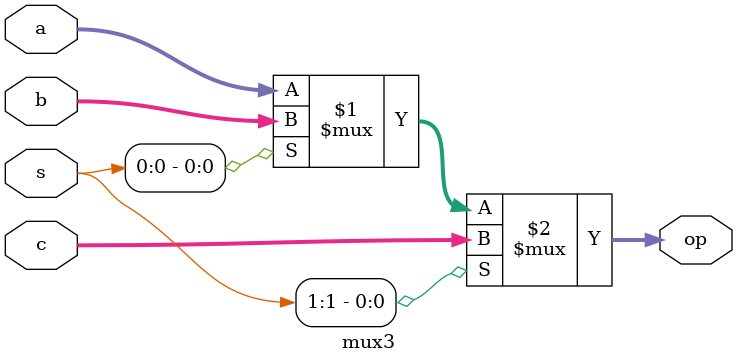
<source format=v>
module mux3 #(parameter WIDTH=8)(
    input[WIDTH-1:0] a,b,c,
    input[1:0] s,
    output[WIDTH-1:0] op
);
    assign #1 op=s[1]?c:(s[0]?b:a);
endmodule
</source>
